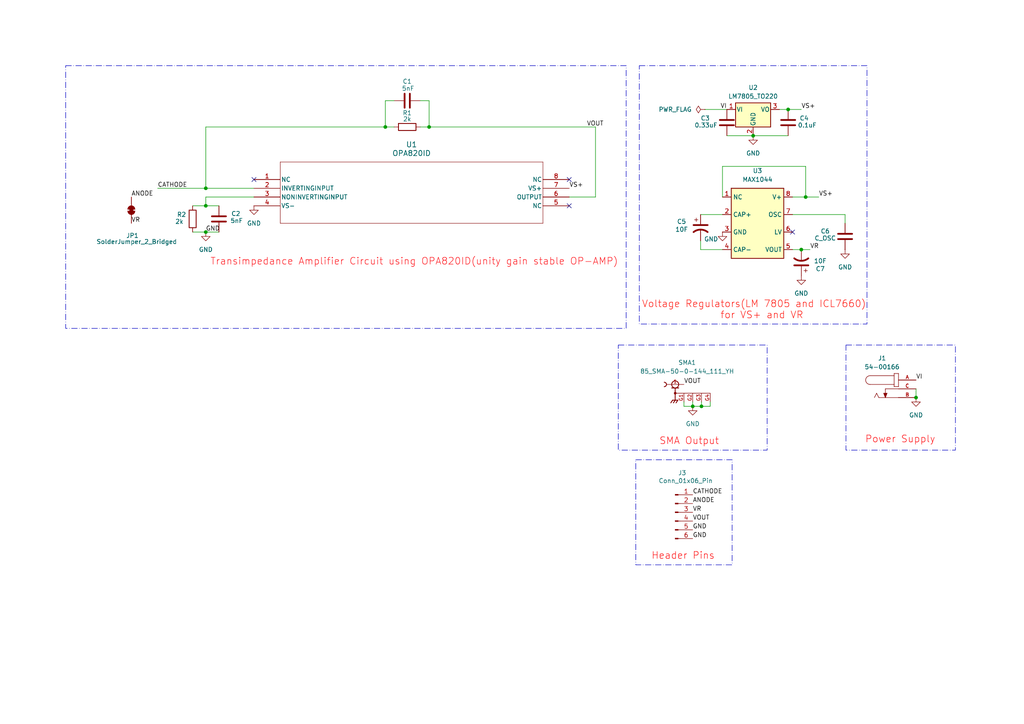
<source format=kicad_sch>
(kicad_sch (version 20250114) (generator "eeschema") (generator_version "9.0")
  (paper "A4")
  (lib_symbols
    (symbol "Connector:Conn_01x06_Pin" (pin_names (offset 1.016) (hide yes))
      (property "Reference" "J" (at 0 7.62 0))
      (property "Value" "Conn_01x06_Pin" (at 0 -10.16 0))
      (symbol "Conn_01x06_Pin_1_1"
        (rectangle (start 0.8636 5.207) (end 0 4.953) (stroke (width 0.1524)) (fill (type outline)))
        (rectangle (start 0.8636 2.667) (end 0 2.413) (stroke (width 0.1524)) (fill (type outline)))
        (rectangle (start 0.8636 0.127) (end 0 -0.127) (stroke (width 0.1524)) (fill (type outline)))
        (rectangle (start 0.8636 -2.413) (end 0 -2.667) (stroke (width 0.1524)) (fill (type outline)))
        (rectangle (start 0.8636 -4.953) (end 0 -5.207) (stroke (width 0.1524)) (fill (type outline)))
        (rectangle (start 0.8636 -7.493) (end 0 -7.747) (stroke (width 0.1524)) (fill (type outline)))
        (polyline (pts (xy 1.27 5.08) (xy 0.8636 5.08)) (stroke (width 0.1524)))
        (polyline (pts (xy 1.27 2.54) (xy 0.8636 2.54)) (stroke (width 0.1524)))
        (polyline (pts (xy 1.27 0) (xy 0.8636 0)) (stroke (width 0.1524)))
        (polyline (pts (xy 1.27 -2.54) (xy 0.8636 -2.54)) (stroke (width 0.1524)))
        (polyline (pts (xy 1.27 -5.08) (xy 0.8636 -5.08)) (stroke (width 0.1524)))
        (polyline (pts (xy 1.27 -7.62) (xy 0.8636 -7.62)) (stroke (width 0.1524)))
        (pin passive line (at 5.08 5.08 180) (length 3.81) (name "Pin_1") (number "1"))
        (pin passive line (at 5.08 2.54 180) (length 3.81) (name "Pin_2") (number "2"))
        (pin passive line (at 5.08 0 180) (length 3.81) (name "Pin_3") (number "3"))
        (pin passive line (at 5.08 -2.54 180) (length 3.81) (name "Pin_4") (number "4"))
        (pin passive line (at 5.08 -5.08 180) (length 3.81) (name "Pin_5") (number "5"))
        (pin passive line (at 5.08 -7.62 180) (length 3.81) (name "Pin_6") (number "6"))
      )
    )
    (symbol "Device:C" (pin_numbers (hide yes)) (pin_names (offset 0.254))
      (property "Reference" "C" (at 0.635 2.54 0))
      (property "Value" "C" (at 0.635 -2.54 0))
      (symbol "C_0_1"
        (polyline (pts (xy -2.032 0.762) (xy 2.032 0.762)) (stroke (width 0.508)))
        (polyline (pts (xy -2.032 -0.762) (xy 2.032 -0.762)) (stroke (width 0.508)))
      )
      (symbol "C_1_1"
        (pin passive line (at 0 3.81 270) (length 2.794) (name "~") (number "1"))
        (pin passive line (at 0 -3.81 90) (length 2.794) (name "~") (number "2"))
      )
    )
    (symbol "Device:C_Polarized_US" (pin_numbers (hide yes)) (pin_names (offset 0.254) (hide yes))
      (property "Reference" "C" (at 0.635 2.54 0))
      (property "Value" "C_Polarized_US" (at 0.635 -2.54 0))
      (symbol "C_Polarized_US_0_1"
        (polyline (pts (xy -2.032 0.762) (xy 2.032 0.762)) (stroke (width 0.508)))
        (polyline (pts (xy -1.778 2.286) (xy -0.762 2.286)))
        (polyline (pts (xy -1.27 1.778) (xy -1.27 2.794)))
        (arc (start -2.032 -1.27) (mid 0 -0.5572) (end 2.032 -1.27) (stroke (width 0.508)))
      )
      (symbol "C_Polarized_US_1_1"
        (pin passive line (at 0 3.81 270) (length 2.794) (name "~") (number "1"))
        (pin passive line (at 0 -3.81 90) (length 3.302) (name "~") (number "2"))
      )
    )
    (symbol "Device:R" (pin_numbers (hide yes)) (pin_names (offset 0))
      (property "Reference" "R" (at 2.032 0 90))
      (property "Value" "R" (at 0 0 90))
      (symbol "R_0_1"
        (rectangle (start -1.016 -2.54) (end 1.016 2.54) (stroke (width 0.254)))
      )
      (symbol "R_1_1"
        (pin passive line (at 0 3.81 270) (length 1.27) (name "~") (number "1"))
        (pin passive line (at 0 -3.81 90) (length 1.27) (name "~") (number "2"))
      )
    )
    (symbol "JACK:54-00166" (pin_names (offset 1.016))
      (property "Reference" "J" (at -7.62 5.08 0))
      (property "Value" "54-00166" (at -7.62 -5.08 0))
      (symbol "54-00166_0_0"
        (polyline (pts (xy -8.255 3.81) (xy -1.27 3.81)) (stroke (width 0.1524)))
        (arc (start -8.255 1.27) (mid -9.5194 2.54) (end -8.255 3.81) (stroke (width 0.1524)))
        (polyline (pts (xy -6.35 -1.27) (xy -6.985 -2.54)) (stroke (width 0.1524)))
        (polyline (pts (xy -5.715 -2.54) (xy -6.35 -1.27)) (stroke (width 0.1524)))
        (polyline (pts (xy -3.81 0) (xy -3.81 -2.54)) (stroke (width 0.1524)))
        (polyline (pts (xy -3.81 -2.54) (xy -4.318 -1.27) (xy -3.302 -1.27) (xy -3.81 -2.54)) (stroke (width 0.1524)) (fill (type outline)))
        (polyline (pts (xy -1.27 4.445) (xy -1.27 3.81)) (stroke (width 0.1524)))
        (polyline (pts (xy -1.27 3.81) (xy -1.27 1.27)) (stroke (width 0.1524)))
        (polyline (pts (xy -1.27 1.27) (xy -8.255 1.27)) (stroke (width 0.1524)))
        (polyline (pts (xy -1.27 1.27) (xy -1.27 0.635)) (stroke (width 0.1524)))
        (polyline (pts (xy -1.27 0.635) (xy 0 0.635)) (stroke (width 0.1524)))
        (polyline (pts (xy 0 4.445) (xy -1.27 4.445)) (stroke (width 0.1524)))
        (polyline (pts (xy 0 0.635) (xy 0 4.445)) (stroke (width 0.1524)))
        (polyline (pts (xy 0 0) (xy -3.81 0)) (stroke (width 0.1524)))
        (polyline (pts (xy 0 -2.54) (xy -5.715 -2.54)) (stroke (width 0.1524)))
        (pin passive line (at 5.08 2.54 180) (length 5.08) (name "~") (number "A"))
        (pin passive line (at 5.08 0 180) (length 5.08) (name "~") (number "C"))
        (pin passive line (at 5.08 -2.54 180) (length 5.08) (name "~") (number "B"))
      )
    )
    (symbol "Jumper:SolderJumper_2_Bridged" (pin_numbers (hide yes)) (pin_names (offset 0) (hide yes)) (in_bom no)
      (property "Reference" "JP" (at 0 2.032 0))
      (property "Value" "SolderJumper_2_Bridged" (at 0 -2.54 0))
      (symbol "SolderJumper_2_Bridged_0_1"
        (rectangle (start -0.508 0.508) (end 0.508 -0.508) (fill (type outline)))
        (polyline (pts (xy -0.254 1.016) (xy -0.254 -1.016)))
        (arc (start -0.254 -1.016) (mid -1.2656 0) (end -0.254 1.016))
        (arc (start -0.254 -1.016) (mid -1.2656 0) (end -0.254 1.016) (fill (type outline)))
        (arc (start 0.254 1.016) (mid 1.2656 0) (end 0.254 -1.016))
        (arc (start 0.254 1.016) (mid 1.2656 0) (end 0.254 -1.016) (fill (type outline)))
        (polyline (pts (xy 0.254 1.016) (xy 0.254 -1.016)))
      )
      (symbol "SolderJumper_2_Bridged_1_1"
        (pin passive line (at -3.81 0 0) (length 2.54) (name "A") (number "1"))
        (pin passive line (at 3.81 0 180) (length 2.54) (name "B") (number "2"))
      )
    )
    (symbol "OPA820:OPA820ID" (pin_names (offset 0.254))
      (property "Reference" "U1" (at 45.72 10.16 0))
      (property "Value" "OPA820ID" (at 45.72 7.62 0))
      (symbol "OPA820ID_0_1"
        (polyline (pts (xy 7.62 5.08) (xy 7.62 -12.7)) (stroke (width 0.127)))
        (polyline (pts (xy 7.62 -12.7) (xy 83.82 -12.7)) (stroke (width 0.127)))
        (polyline (pts (xy 83.82 5.08) (xy 7.62 5.08)) (stroke (width 0.127)))
        (polyline (pts (xy 83.82 -12.7) (xy 83.82 5.08)) (stroke (width 0.127)))
        (pin unspecified line (at 0 0 0) (length 7.62) (name "NC") (number "1"))
        (pin input line (at 0 -2.54 0) (length 7.62) (name "INVERTINGINPUT") (number "2"))
        (pin input line (at 0 -5.08 0) (length 7.62) (name "NONINVERTINGINPUT") (number "3"))
        (pin power_in line (at 0 -7.62 0) (length 7.62) (name "VS-") (number "4"))
        (pin unspecified line (at 91.44 0 180) (length 7.62) (name "NC") (number "8"))
        (pin power_in line (at 91.44 -2.54 180) (length 7.62) (name "VS+") (number "7"))
        (pin output line (at 91.44 -5.08 180) (length 7.62) (name "OUTPUT") (number "6"))
        (pin unspecified line (at 91.44 -7.62 180) (length 7.62) (name "NC") (number "5"))
      )
    )
    (symbol "Regulator_Linear:LM7805_TO220" (pin_names (offset 0.254))
      (property "Reference" "U" (at -3.81 3.175 0))
      (property "Value" "LM7805_TO220" (at 0 3.175 0))
      (symbol "LM7805_TO220_0_1"
        (rectangle (start -5.08 1.905) (end 5.08 -5.08) (stroke (width 0.254)) (fill (type background)))
      )
      (symbol "LM7805_TO220_1_1"
        (pin power_in line (at -7.62 0 0) (length 2.54) (name "VI") (number "1"))
        (pin power_in line (at 0 -7.62 90) (length 2.54) (name "GND") (number "2"))
        (pin power_out line (at 7.62 0 180) (length 2.54) (name "VO") (number "3"))
      )
    )
    (symbol "Regulator_SwitchedCapacitor:MAX1044"
      (property "Reference" "U3" (at 0 15.24 0))
      (property "Value" "MAX1044" (at 0 12.7 0))
      (symbol "MAX1044_0_1"
        (rectangle (start -7.62 10.16) (end 7.62 -10.16) (stroke (width 0.254)) (fill (type background)))
      )
      (symbol "MAX1044_1_1"
        (pin passive line (at -10.16 7.62 0) (length 2.54) (name "NC") (number "1"))
        (pin input line (at -10.16 2.54 0) (length 2.54) (name "CAP+") (number "2"))
        (pin power_in line (at -10.16 -2.54 0) (length 2.54) (name "GND") (number "3"))
        (pin input line (at -10.16 -7.62 0) (length 2.54) (name "CAP-") (number "4"))
        (pin power_in line (at 10.16 7.62 180) (length 2.54) (name "V+") (number "8"))
        (pin input line (at 10.16 2.54 180) (length 2.54) (name "OSC") (number "7"))
        (pin input line (at 10.16 -2.54 180) (length 2.54) (name "LV") (number "6"))
        (pin power_out line (at 10.16 -7.62 180) (length 2.54) (name "VOUT") (number "5"))
      )
    )
    (symbol "SMA:85_SMA-50-0-144_111_YH" (pin_names (offset 1.016))
      (property "Reference" "J" (at -3.81 4.318 0))
      (property "Value" "85_SMA-50-0-144_111_YH" (at -3.81 2.032 0))
      (symbol "85_SMA-50-0-144_111_YH_0_0"
        (arc (start -3.175 0.635) (mid -2.5427 0) (end -3.175 -0.635) (stroke (width 0.254)))
        (polyline (pts (xy -1.016 -1.016) (xy 0 -1.016)) (stroke (width 0.254)))
        (polyline (pts (xy -0.762 -4.572) (xy -1.27 -5.334)) (stroke (width 0.254)))
        (circle (center 0 0) (radius 1.016) (stroke (width 0.254)))
        (polyline (pts (xy 0 -1.016) (xy 0 -2.54)) (stroke (width 0.254)))
        (polyline (pts (xy 0 -1.016) (xy 1.016 -1.016)) (stroke (width 0.254)))
        (polyline (pts (xy 0 -2.54) (xy 0 -4.572)) (stroke (width 0.254)))
        (polyline (pts (xy 0 -2.54) (xy 10.16 -2.54)) (stroke (width 0.1524)))
        (circle (center 0 -2.54) (radius 0.254) (stroke (width 0.254)))
        (polyline (pts (xy 0 -4.572) (xy -0.762 -4.572)) (stroke (width 0.254)))
        (polyline (pts (xy 0 -4.572) (xy -0.508 -5.334)) (stroke (width 0.254)))
        (polyline (pts (xy 0 -4.572) (xy 0.762 -4.572)) (stroke (width 0.254)))
        (polyline (pts (xy 0.762 -4.572) (xy 0.254 -5.334)) (stroke (width 0.254)))
        (pin passive line (at 2.54 0 180) (length 5.08) (name "~") (number "1"))
        (pin power_in line (at 2.54 -5.08 90) (length 2.54) (name "~") (number "G1"))
        (pin power_in line (at 5.08 -5.08 90) (length 2.54) (name "~") (number "G2"))
        (pin power_in line (at 7.62 -5.08 90) (length 2.54) (name "~") (number "G3"))
        (pin power_in line (at 10.16 -5.08 90) (length 2.54) (name "~") (number "G4"))
      )
    )
    (symbol "power:GND" (power) (pin_numbers (hide yes)) (pin_names (offset 0) (hide yes))
      (property "Value" "GND" (at 0 -3.81 0))
      (symbol "GND_0_1"
        (polyline (pts (xy 0 0) (xy 0 -1.27) (xy 1.27 -1.27) (xy 0 -2.54) (xy -1.27 -1.27) (xy 0 -1.27)))
      )
      (symbol "GND_1_1"
        (pin power_in line (at 0 0 270) (length 0) (name "~") (number "1"))
      )
    )
    (symbol "power:PWR_FLAG" (power) (pin_numbers (hide yes)) (pin_names (offset 0) (hide yes))
      (property "Value" "PWR_FLAG" (at 0 3.81 0))
      (symbol "PWR_FLAG_0_0"
        (pin power_out line (at 0 0 90) (length 0) (name "~") (number "1"))
      )
      (symbol "PWR_FLAG_0_1"
        (polyline (pts (xy 0 0) (xy 0 1.27) (xy -1.016 1.905) (xy 0 2.54) (xy 1.016 1.905) (xy 0 1.27)))
      )
    )
  )
  (rectangle (start 185.42 19.05) (end 251.46 93.98) (stroke (width 0) (type dash_dot)))
  (rectangle (start 184.404 133.35) (end 212.344 163.83) (stroke (width 0) (type dash_dot)))
  (rectangle (start 245.364 100.076) (end 277.114 130.556) (stroke (width 0) (type dash_dot)))
  (rectangle (start 19.05 19.05) (end 181.61 95.25) (stroke (width 0) (type dash_dot)))
  (rectangle (start 179.324 100.076) (end 222.504 130.556) (stroke (width 0) (type dash_dot)))
  (text "Power Supply" (at 261.112 127.508 0) (effects (font (size 2 2))))
  (text "Transimpedance Amplifier Circuit using OPA820ID(unity gain stable OP-AMP)" (at 120.142 75.946 0) (effects (font (size 2 2))))
  (text "SMA Output" (at 199.898 128.016 0) (effects (font (size 2 2))))
  (text "Header Pins\n" (at 198.12 161.29 0) (effects (font (size 2 2))))
  (text "Voltage Regulators(LM 7805 and ICL7660) \n  for VS+ and VR" (at 219.456 89.916 0) (effects (font (size 2 2))))
  (junction (at 124.46 36.83))
  (junction (at 59.69 54.61))
  (junction (at 59.69 59.69))
  (junction (at 111.76 36.83))
  (junction (at 218.44 39.37))
  (junction (at 265.684 115.316))
  (junction (at 228.6 31.75))
  (junction (at 233.68 57.15))
  (junction (at 203.454 117.856))
  (junction (at 200.914 117.856))
  (junction (at 59.69 67.31))
  (junction (at 232.41 72.39))
  (no_connect (at 165.1 52.07))
  (no_connect (at 73.66 52.07))
  (no_connect (at 229.87 67.31))
  (no_connect (at 165.1 59.69))
  (wire (pts (xy 124.46 29.21) (xy 124.46 36.83)))
  (wire (pts (xy 45.72 54.61) (xy 59.69 54.61)))
  (wire (pts (xy 59.69 54.61) (xy 59.69 36.83)))
  (wire (pts (xy 203.454 116.586) (xy 203.454 117.856)))
  (wire (pts (xy 200.914 116.586) (xy 200.914 117.856)))
  (wire (pts (xy 233.68 48.26) (xy 233.68 57.15)))
  (wire (pts (xy 114.3 36.83) (xy 111.76 36.83)))
  (wire (pts (xy 59.69 54.61) (xy 73.66 54.61)))
  (wire (pts (xy 203.2 69.85) (xy 203.2 72.39)))
  (wire (pts (xy 124.46 36.83) (xy 172.72 36.83)))
  (wire (pts (xy 210.82 39.37) (xy 218.44 39.37)))
  (wire (pts (xy 111.76 29.21) (xy 114.3 29.21)))
  (wire (pts (xy 228.6 31.75) (xy 232.41 31.75)))
  (wire (pts (xy 59.69 57.15) (xy 73.66 57.15)))
  (wire (pts (xy 229.87 62.23) (xy 245.11 62.23)))
  (wire (pts (xy 111.76 36.83) (xy 111.76 29.21)))
  (wire (pts (xy 200.914 117.856) (xy 203.454 117.856)))
  (wire (pts (xy 209.55 48.26) (xy 233.68 48.26)))
  (wire (pts (xy 218.44 39.37) (xy 228.6 39.37)))
  (wire (pts (xy 233.68 57.15) (xy 237.49 57.15)))
  (wire (pts (xy 209.55 57.15) (xy 209.55 48.26)))
  (wire (pts (xy 198.374 116.586) (xy 198.374 117.856)))
  (wire (pts (xy 198.374 117.856) (xy 200.914 117.856)))
  (wire (pts (xy 232.41 72.39) (xy 234.95 72.39)))
  (wire (pts (xy 233.68 57.15) (xy 229.87 57.15)))
  (wire (pts (xy 55.88 67.31) (xy 59.69 67.31)))
  (wire (pts (xy 226.06 31.75) (xy 228.6 31.75)))
  (wire (pts (xy 55.88 59.69) (xy 59.69 59.69)))
  (wire (pts (xy 203.2 72.39) (xy 209.55 72.39)))
  (wire (pts (xy 204.47 31.75) (xy 210.82 31.75)))
  (wire (pts (xy 172.72 36.83) (xy 172.72 57.15)))
  (wire (pts (xy 205.994 116.586) (xy 205.994 117.856)))
  (wire (pts (xy 203.2 62.23) (xy 209.55 62.23)))
  (wire (pts (xy 265.684 112.776) (xy 265.684 115.316)))
  (wire (pts (xy 229.87 72.39) (xy 232.41 72.39)))
  (wire (pts (xy 172.72 57.15) (xy 165.1 57.15)))
  (wire (pts (xy 245.11 62.23) (xy 245.11 64.77)))
  (wire (pts (xy 203.454 117.856) (xy 205.994 117.856)))
  (wire (pts (xy 59.69 59.69) (xy 63.5 59.69)))
  (wire (pts (xy 121.92 29.21) (xy 124.46 29.21)))
  (wire (pts (xy 121.92 36.83) (xy 124.46 36.83)))
  (wire (pts (xy 59.69 59.69) (xy 59.69 57.15)))
  (wire (pts (xy 59.69 36.83) (xy 111.76 36.83)))
  (wire (pts (xy 59.69 67.31) (xy 63.5 67.31)))
  (label "VR" (at 38.1 64.77 0))
  (label "ANODE" (at 200.914 146.05 0))
  (label "CATHODE" (at 200.914 143.51 0))
  (label "ANODE" (at 38.1 57.15 0))
  (label "VS+" (at 232.41 31.75 0))
  (label "VR" (at 200.914 148.59 0))
  (label "VOUT" (at 198.374 111.506 0))
  (label "GND" (at 200.914 156.21 0))
  (label "GND" (at 200.914 153.67 0))
  (label "VOUT" (at 170.18 36.83 0))
  (label "VS+" (at 165.1 54.61 0))
  (label "VR" (at 234.95 72.39 0))
  (label "VI" (at 210.82 31.75 180))
  (label "VS+" (at 237.49 57.15 0))
  (label "CATHODE" (at 45.72 54.61 0))
  (label "VOUT" (at 200.914 151.13 0))
  (label "GND" (at 59.69 67.31 0))
  (label "VI" (at 265.684 110.236 0))
  (symbol (lib_id "power:GND") (at 209.55 67.31 0) (unit 1)
    (property "Reference" "#PWR04" (effects (hide yes)))
    (property "Value" "GND" (at 206.248 69.342 0))
    (property "Description" "Power symbol creates a global label with name \"GND\" , ground" (effects (hide yes)))
  )
  (symbol (lib_id "Device:C_Polarized_US") (at 232.41 76.2 180) (unit 1)
    (property "Reference" "C7" (at 239.268 77.978 0) (effects (justify left)))
    (property "Value" "10F" (at 239.776 75.692 0) (effects (justify left)))
    (property "Footprint" "Capacitor_Tantalum_SMD:CP_EIA-6032-15_Kemet-U" (effects (hide yes)))
    (property "Description" "Polarized capacitor, US symbol" (effects (hide yes)))
  )
  (symbol (lib_id "power:PWR_FLAG") (at 204.47 31.75 90) (unit 1)
    (property "Reference" "#FLG04" (effects (hide yes)))
    (property "Value" "PWR_FLAG" (at 200.66 31.7499 90) (effects (justify left)))
    (property "Description" "Special symbol for telling ERC where power comes from" (effects (hide yes)))
  )
  (symbol (lib_id "Device:C") (at 63.5 63.5 0) (unit 1)
    (property "Reference" "C2" (at 67.056 61.976 0) (effects (justify left)))
    (property "Value" "5nF" (at 66.802 64.008 0) (effects (justify left)))
    (property "Footprint" "Capacitor_SMD:C_0201_0603Metric" (effects (hide yes)))
    (property "Description" "Unpolarized capacitor" (effects (hide yes)))
  )
  (symbol (lib_id "power:GND") (at 265.684 115.316 0) (unit 1)
    (property "Reference" "#PWR05" (effects (hide yes)))
    (property "Value" "GND" (at 265.684 120.396 0))
    (property "Description" "Power symbol creates a global label with name \"GND\" , ground" (effects (hide yes)))
  )
  (symbol (lib_id "Regulator_Linear:LM7805_TO220") (at 218.44 31.75 0) (unit 1)
    (property "Reference" "U2" (at 218.44 25.4 0))
    (property "Value" "LM7805_TO220" (at 218.44 27.94 0))
    (property "Footprint" "Package_TO_SOT_THT:TO-220-3_Horizontal_TabDown" (effects (hide yes)))
    (property "Datasheet" "https://www.onsemi.cn/PowerSolutions/document/MC7800-D.PDF" (effects (hide yes)))
    (property "Description" "Positive 1A 35V Linear Regulator, Fixed Output 5V, TO-220" (effects (hide yes)))
  )
  (symbol (lib_id "power:GND") (at 218.44 39.37 0) (unit 1)
    (property "Reference" "#PWR03" (effects (hide yes)))
    (property "Value" "GND" (at 218.44 44.45 0))
    (property "Description" "Power symbol creates a global label with name \"GND\" , ground" (effects (hide yes)))
  )
  (symbol (lib_id "power:GND") (at 245.11 72.39 0) (unit 1)
    (property "Reference" "#PWR08" (effects (hide yes)))
    (property "Value" "GND" (at 245.11 77.47 0))
    (property "Description" "Power symbol creates a global label with name \"GND\" , ground" (effects (hide yes)))
  )
  (symbol (lib_id "power:GND") (at 232.41 80.01 0) (unit 1)
    (property "Reference" "#PWR07" (effects (hide yes)))
    (property "Value" "GND" (at 232.41 85.09 0))
    (property "Description" "Power symbol creates a global label with name \"GND\" , ground" (effects (hide yes)))
  )
  (symbol (lib_id "OPA820:OPA820ID") (at 73.66 52.07 0) (unit 1)
    (property "Reference" "U1" (at 119.38 41.91 0) (effects (font (size 1.524 1.524))))
    (property "Value" "OPA820ID" (at 119.38 44.45 0) (effects (font (size 1.524 1.524))))
    (property "Footprint" "OPA820:D8-L" (effects (hide yes)))
    (property "Datasheet" "https://www.ti.com/lit/gpn/opa820" (effects (hide yes)))
  )
  (symbol (lib_id "Device:R") (at 118.11 36.83 90) (unit 1)
    (property "Reference" "R1" (at 118.11 32.766 90))
    (property "Value" "2k" (at 118.11 34.544 90))
    (property "Footprint" "Resistor_SMD:R_0201_0603Metric" (effects (hide yes)))
    (property "Description" "Resistor" (effects (hide yes)))
  )
  (symbol (lib_id "Connector:Conn_01x06_Pin") (at 195.834 148.59 0) (unit 1)
    (property "Reference" "J3" (at 197.866 137.16 0))
    (property "Value" "Conn_01x06_Pin" (at 198.882 139.446 0))
    (property "Footprint" "Connector_PinHeader_2.54mm:PinHeader_1x06_P2.54mm_Vertical" (effects (hide yes)))
    (property "Description" "Generic connector, single row, 01x06, script generated" (effects (hide yes)))
  )
  (symbol (lib_id "Device:C") (at 118.11 29.21 90) (unit 1)
    (property "Reference" "C1" (at 118.11 23.622 90))
    (property "Value" "5nF" (at 118.364 25.654 90))
    (property "Footprint" "Capacitor_SMD:C_0201_0603Metric" (effects (hide yes)))
    (property "Description" "Unpolarized capacitor" (effects (hide yes)))
  )
  (symbol (lib_id "Jumper:SolderJumper_2_Bridged") (at 38.1 60.96 90) (unit 1) (in_bom no)
    (property "Reference" "JP1" (at 36.576 68.326 90) (effects (justify right)))
    (property "Value" "SolderJumper_2_Bridged" (at 27.94 70.104 90) (effects (justify right)))
    (property "Footprint" "Jumper:SolderJumper-2_P1.3mm_Bridged2Bar_RoundedPad1.0x1.5mm" (effects (hide yes)))
    (property "Description" "Solder Jumper, 2-pole, closed/bridged" (effects (hide yes)))
  )
  (symbol (lib_id "SMA:85_SMA-50-0-144_111_YH") (at 195.834 111.506 0) (unit 1)
    (property "Reference" "SMA1" (at 199.3011 105.156 0))
    (property "Value" "85_SMA-50-0-144_111_YH" (at 199.3011 107.696 0))
    (property "Footprint" "SMA:HUBER_SUHNER_85_SMA-50-0-144_111_YH" (effects (hide yes)))
    (property "MF" "HUBER+SUHNER" (effects (hide yes)))
    (property "MAXIMUM_PACKAGE_HEIGHT" "9.7mm" (effects (hide yes)))
    (property "CREATOR" "DIZAR" (effects (hide yes)))
    (property "Price" "None" (effects (hide yes)))
    (property "Package" "None" (effects (hide yes)))
    (property "Check_prices" "https://www.snapeda.com/parts/85_SMA-50-0-144/111_YH/Huber%252BSuhner/view-part/?ref=eda" (effects (hide yes)))
    (property "STANDARD" "Manufacturer Recommendations" (effects (hide yes)))
    (property "PARTREV" "a" (effects (hide yes)))
    (property "SnapEDA_Link" "https://www.snapeda.com/parts/85_SMA-50-0-144/111_YH/Huber%252BSuhner/view-part/?ref=snap" (effects (hide yes)))
    (property "MP" "85_SMA-50-0-144/111_YH" (effects (hide yes)))
    (property "Description_1" "RF Connector, SMA Right angle PCB jack(f) | HUBER+SUHNER 85_SMA-50-0-144/111_YH" (effects (hide yes)))
    (property "Availability" "In Stock" (effects (hide yes)))
    (property "MANUFACTURER" "HUBER+SUHNER" (effects (hide yes)))
  )
  (symbol (lib_id "power:GND") (at 200.914 117.856 0) (unit 1)
    (property "Reference" "#PWR02" (effects (hide yes)))
    (property "Value" "GND" (at 200.914 122.936 0))
    (property "Description" "Power symbol creates a global label with name \"GND\" , ground" (effects (hide yes)))
  )
  (symbol (lib_id "Regulator_SwitchedCapacitor:MAX1044") (at 219.71 64.77 0) (unit 1)
    (property "Reference" "U3" (at 219.71 49.53 0))
    (property "Value" "MAX1044" (at 219.71 52.07 0))
    (property "Footprint" "Package_DIP:DIP-8_W7.62mm" (effects (hide yes)))
    (property "Datasheet" "http://datasheets.maximintegrated.com/en/ds/ICL7660-MAX1044.pdf" (effects (hide yes)))
    (property "Description" "Switched-Capacitor Voltage Converter, 1.5V to 10.0V operating supply voltage, 10mA with a 0.5V output drop, SO-8/DIP-8/µMAX-8/TO-99" (effects (hide yes)))
  )
  (symbol (lib_id "Device:R") (at 55.88 63.5 0) (unit 1)
    (property "Reference" "R2" (at 51.308 62.23 0) (effects (justify left)))
    (property "Value" "2k" (at 50.8 64.262 0) (effects (justify left)))
    (property "Footprint" "Resistor_SMD:R_0201_0603Metric" (effects (hide yes)))
    (property "Description" "Resistor" (effects (hide yes)))
  )
  (symbol (lib_id "power:GND") (at 59.69 67.31 0) (unit 1)
    (property "Reference" "#PWR01" (effects (hide yes)))
    (property "Value" "GND" (at 59.69 72.39 0))
    (property "Description" "Power symbol creates a global label with name \"GND\" , ground" (effects (hide yes)))
  )
  (symbol (lib_id "JACK:54-00166") (at 260.604 112.776 0) (unit 1)
    (property "Reference" "J1" (at 255.8443 103.886 0))
    (property "Value" "54-00166" (at 255.8443 106.426 0))
    (property "Footprint" "JACK:TENSILITY_54-00166" (effects (hide yes)))
    (property "MF" "Tensility International Corp" (effects (hide yes)))
    (property "MAXIMUM_PACKAGE_HEIGHT" "11.2mm" (effects (hide yes)))
    (property "Package" "None" (effects (hide yes)))
    (property "Price" "None" (effects (hide yes)))
    (property "Check_prices" "https://www.snapeda.com/parts/54-00166/Tensility/view-part/?ref=eda" (effects (hide yes)))
    (property "STANDARD" "Manufacturer Recommendations" (effects (hide yes)))
    (property "PARTREV" "A" (effects (hide yes)))
    (property "SnapEDA_Link" "https://www.snapeda.com/parts/54-00166/Tensility/view-part/?ref=snap" (effects (hide yes)))
    (property "MP" "54-00166" (effects (hide yes)))
    (property "Description_1" "Connector, dc jack 5.5x2.1 mm, PCB mount, 90 degrees, nickel plated, PBT, thru hole" (effects (hide yes)))
    (property "MANUFACTURER" "TENSILITY" (effects (hide yes)))
    (property "Availability" "In Stock" (effects (hide yes)))
    (property "SNAPEDA_PN" "54-00166" (effects (hide yes)))
  )
  (symbol (lib_id "Device:C") (at 228.6 35.56 0) (unit 1)
    (property "Reference" "C4" (at 231.902 34.29 0) (effects (justify left)))
    (property "Value" "0.1uF" (at 231.394 36.322 0) (effects (justify left)))
    (property "Footprint" "Capacitor_SMD:C_0201_0603Metric" (effects (hide yes)))
    (property "Description" "Unpolarized capacitor" (effects (hide yes)))
  )
  (symbol (lib_id "Device:C_Polarized_US") (at 203.2 66.04 0) (unit 1)
    (property "Reference" "C5" (at 196.342 64.262 0) (effects (justify left)))
    (property "Value" "10F" (at 195.834 66.548 0) (effects (justify left)))
    (property "Footprint" "Capacitor_Tantalum_SMD:CP_EIA-6032-15_Kemet-U" (effects (hide yes)))
    (property "Description" "Polarized capacitor, US symbol" (effects (hide yes)))
  )
  (symbol (lib_id "Device:C") (at 210.82 35.56 0) (unit 1)
    (property "Reference" "C3" (at 203.2 34.29 0) (effects (justify left)))
    (property "Value" "0.33uF" (at 201.422 36.322 0) (effects (justify left)))
    (property "Footprint" "Capacitor_SMD:C_0201_0603Metric" (effects (hide yes)))
    (property "Description" "Unpolarized capacitor" (effects (hide yes)))
  )
  (symbol (lib_id "power:GND") (at 73.66 59.69 0) (unit 1)
    (property "Reference" "#PWR06" (effects (hide yes)))
    (property "Value" "GND" (at 73.66 64.77 0))
    (property "Description" "Power symbol creates a global label with name \"GND\" , ground" (effects (hide yes)))
  )
  (symbol (lib_id "Device:C") (at 245.11 68.58 0) (unit 1)
    (property "Reference" "C6" (at 237.998 67.056 0) (effects (justify left)))
    (property "Value" "C_OSC" (at 236.22 69.088 0) (effects (justify left)))
    (property "Description" "Unpolarized capacitor" (effects (hide yes)))
  )
)
</source>
